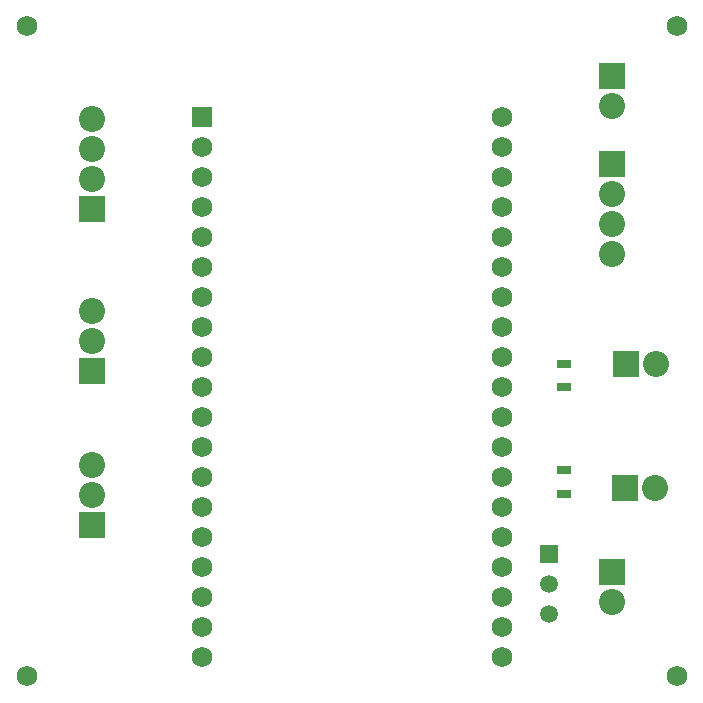
<source format=gbr>
G04*
G04 #@! TF.GenerationSoftware,Altium Limited,Altium Designer,22.4.2 (48)*
G04*
G04 Layer_Color=8388736*
%FSLAX44Y44*%
%MOMM*%
G71*
G04*
G04 #@! TF.SameCoordinates,401EAB3C-69B4-4000-897E-A26D65C5C49B*
G04*
G04*
G04 #@! TF.FilePolarity,Negative*
G04*
G01*
G75*
%ADD15R,1.3000X0.7000*%
%ADD16C,1.7272*%
%ADD17C,2.2032*%
%ADD18R,2.2032X2.2032*%
%ADD19R,2.2032X2.2032*%
%ADD20R,1.7332X1.7332*%
%ADD21C,1.7332*%
%ADD22R,1.5012X1.5012*%
%ADD23C,1.5012*%
D15*
X480000Y289400D02*
D03*
Y269400D02*
D03*
Y179230D02*
D03*
Y199230D02*
D03*
D16*
X575000Y575000D02*
D03*
X25000Y25000D02*
D03*
X575000D02*
D03*
X25000Y575000D02*
D03*
D17*
X80000Y496440D02*
D03*
Y445640D02*
D03*
Y471040D02*
D03*
Y333740D02*
D03*
Y308340D02*
D03*
Y203740D02*
D03*
Y178340D02*
D03*
X557700Y289560D02*
D03*
X556700Y184150D02*
D03*
X520000Y507300D02*
D03*
Y382270D02*
D03*
Y433070D02*
D03*
Y407670D02*
D03*
Y87630D02*
D03*
D18*
X80000Y420240D02*
D03*
Y282940D02*
D03*
Y152940D02*
D03*
X520000Y532700D02*
D03*
Y458470D02*
D03*
Y113030D02*
D03*
D19*
X532300Y289560D02*
D03*
X531300Y184150D02*
D03*
D20*
X173000Y498500D02*
D03*
D21*
Y473100D02*
D03*
Y447700D02*
D03*
Y422300D02*
D03*
Y396900D02*
D03*
Y371500D02*
D03*
Y346100D02*
D03*
Y320700D02*
D03*
Y295300D02*
D03*
Y269900D02*
D03*
Y244500D02*
D03*
Y219100D02*
D03*
Y193700D02*
D03*
Y168300D02*
D03*
Y142900D02*
D03*
Y117500D02*
D03*
Y92100D02*
D03*
Y66700D02*
D03*
Y41300D02*
D03*
X427000D02*
D03*
Y66700D02*
D03*
Y92100D02*
D03*
Y117500D02*
D03*
Y142900D02*
D03*
Y168300D02*
D03*
Y193700D02*
D03*
Y219100D02*
D03*
Y244500D02*
D03*
Y269900D02*
D03*
Y295300D02*
D03*
Y320700D02*
D03*
Y346100D02*
D03*
Y371500D02*
D03*
Y396900D02*
D03*
Y422300D02*
D03*
Y447700D02*
D03*
Y473100D02*
D03*
Y498500D02*
D03*
D22*
X467360Y128270D02*
D03*
D23*
Y102870D02*
D03*
Y77470D02*
D03*
M02*

</source>
